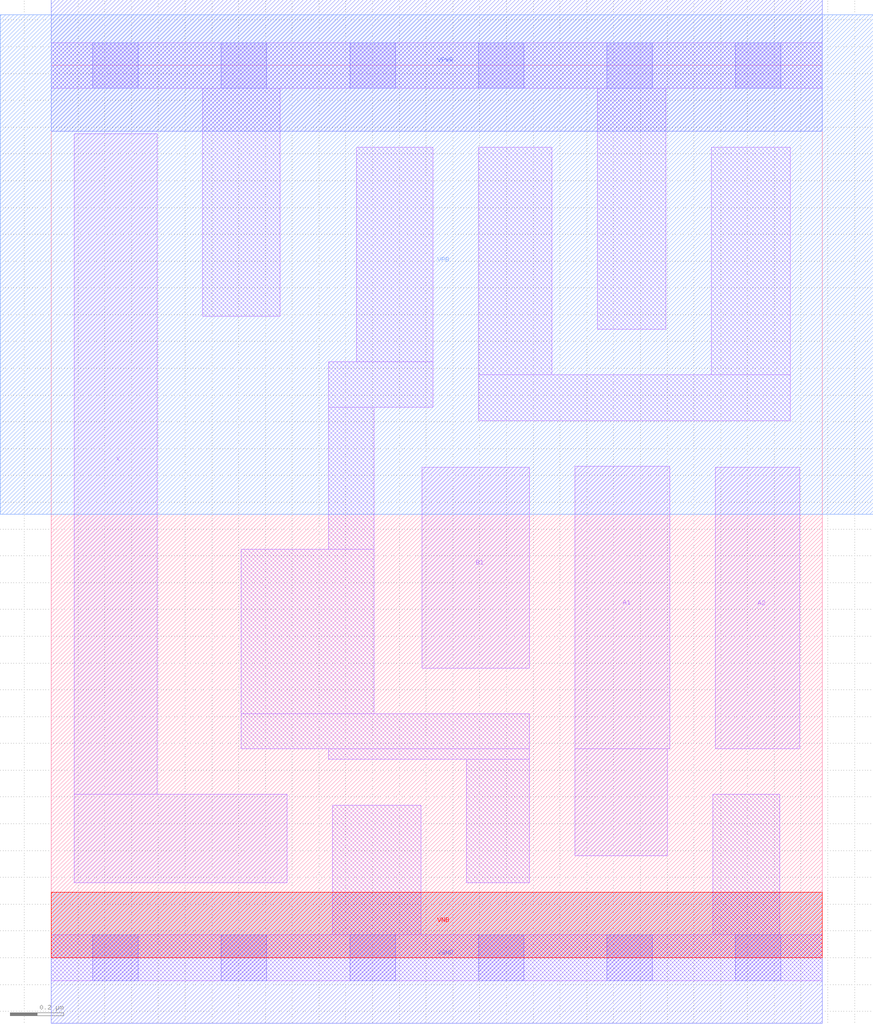
<source format=lef>
# Copyright 2020 The SkyWater PDK Authors
#
# Licensed under the Apache License, Version 2.0 (the "License");
# you may not use this file except in compliance with the License.
# You may obtain a copy of the License at
#
#     https://www.apache.org/licenses/LICENSE-2.0
#
# Unless required by applicable law or agreed to in writing, software
# distributed under the License is distributed on an "AS IS" BASIS,
# WITHOUT WARRANTIES OR CONDITIONS OF ANY KIND, either express or implied.
# See the License for the specific language governing permissions and
# limitations under the License.
#
# SPDX-License-Identifier: Apache-2.0

VERSION 5.7 ;
  NOWIREEXTENSIONATPIN ON ;
  DIVIDERCHAR "/" ;
  BUSBITCHARS "[]" ;
MACRO sky130_fd_sc_lp__a21o_0
  CLASS CORE ;
  FOREIGN sky130_fd_sc_lp__a21o_0 ;
  ORIGIN  0.000000  0.000000 ;
  SIZE  2.880000 BY  3.330000 ;
  SYMMETRY X Y R90 ;
  SITE unit ;
  PIN A1
    ANTENNAGATEAREA  0.159000 ;
    DIRECTION INPUT ;
    USE SIGNAL ;
    PORT
      LAYER li1 ;
        RECT 1.955000 0.380000 2.300000 0.780000 ;
        RECT 1.955000 0.780000 2.310000 1.835000 ;
    END
  END A1
  PIN A2
    ANTENNAGATEAREA  0.159000 ;
    DIRECTION INPUT ;
    USE SIGNAL ;
    PORT
      LAYER li1 ;
        RECT 2.480000 0.780000 2.795000 1.830000 ;
    END
  END A2
  PIN B1
    ANTENNAGATEAREA  0.159000 ;
    DIRECTION INPUT ;
    USE SIGNAL ;
    PORT
      LAYER li1 ;
        RECT 1.385000 1.080000 1.785000 1.830000 ;
    END
  END B1
  PIN X
    ANTENNADIFFAREA  0.280900 ;
    DIRECTION OUTPUT ;
    USE SIGNAL ;
    PORT
      LAYER li1 ;
        RECT 0.085000 0.280000 0.880000 0.610000 ;
        RECT 0.085000 0.610000 0.395000 3.075000 ;
    END
  END X
  PIN VGND
    DIRECTION INOUT ;
    USE GROUND ;
    PORT
      LAYER met1 ;
        RECT 0.000000 -0.245000 2.880000 0.245000 ;
    END
  END VGND
  PIN VNB
    DIRECTION INOUT ;
    USE GROUND ;
    PORT
      LAYER pwell ;
        RECT 0.000000 0.000000 2.880000 0.245000 ;
    END
  END VNB
  PIN VPB
    DIRECTION INOUT ;
    USE POWER ;
    PORT
      LAYER nwell ;
        RECT -0.190000 1.655000 3.070000 3.520000 ;
    END
  END VPB
  PIN VPWR
    DIRECTION INOUT ;
    USE POWER ;
    PORT
      LAYER met1 ;
        RECT 0.000000 3.085000 2.880000 3.575000 ;
    END
  END VPWR
  OBS
    LAYER li1 ;
      RECT 0.000000 -0.085000 2.880000 0.085000 ;
      RECT 0.000000  3.245000 2.880000 3.415000 ;
      RECT 0.565000  2.395000 0.855000 3.245000 ;
      RECT 0.710000  0.780000 1.785000 0.910000 ;
      RECT 0.710000  0.910000 1.205000 1.525000 ;
      RECT 1.035000  0.740000 1.785000 0.780000 ;
      RECT 1.035000  1.525000 1.205000 2.055000 ;
      RECT 1.035000  2.055000 1.425000 2.225000 ;
      RECT 1.050000  0.085000 1.380000 0.570000 ;
      RECT 1.140000  2.225000 1.425000 3.025000 ;
      RECT 1.550000  0.280000 1.785000 0.740000 ;
      RECT 1.595000  2.005000 2.760000 2.175000 ;
      RECT 1.595000  2.175000 1.870000 3.025000 ;
      RECT 2.040000  2.345000 2.295000 3.245000 ;
      RECT 2.465000  2.175000 2.760000 3.025000 ;
      RECT 2.470000  0.085000 2.720000 0.610000 ;
    LAYER mcon ;
      RECT 0.155000 -0.085000 0.325000 0.085000 ;
      RECT 0.155000  3.245000 0.325000 3.415000 ;
      RECT 0.635000 -0.085000 0.805000 0.085000 ;
      RECT 0.635000  3.245000 0.805000 3.415000 ;
      RECT 1.115000 -0.085000 1.285000 0.085000 ;
      RECT 1.115000  3.245000 1.285000 3.415000 ;
      RECT 1.595000 -0.085000 1.765000 0.085000 ;
      RECT 1.595000  3.245000 1.765000 3.415000 ;
      RECT 2.075000 -0.085000 2.245000 0.085000 ;
      RECT 2.075000  3.245000 2.245000 3.415000 ;
      RECT 2.555000 -0.085000 2.725000 0.085000 ;
      RECT 2.555000  3.245000 2.725000 3.415000 ;
  END
END sky130_fd_sc_lp__a21o_0
END LIBRARY

</source>
